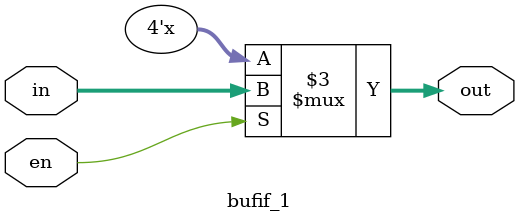
<source format=v>
module bufif_1(en,in,out);
input en;
input [3:0]in;
output [3:0]out;
reg [3:0]out;
always @ (en,in)
begin
if(en) 
out<=in;
else out=4'bz;
end
endmodule

</source>
